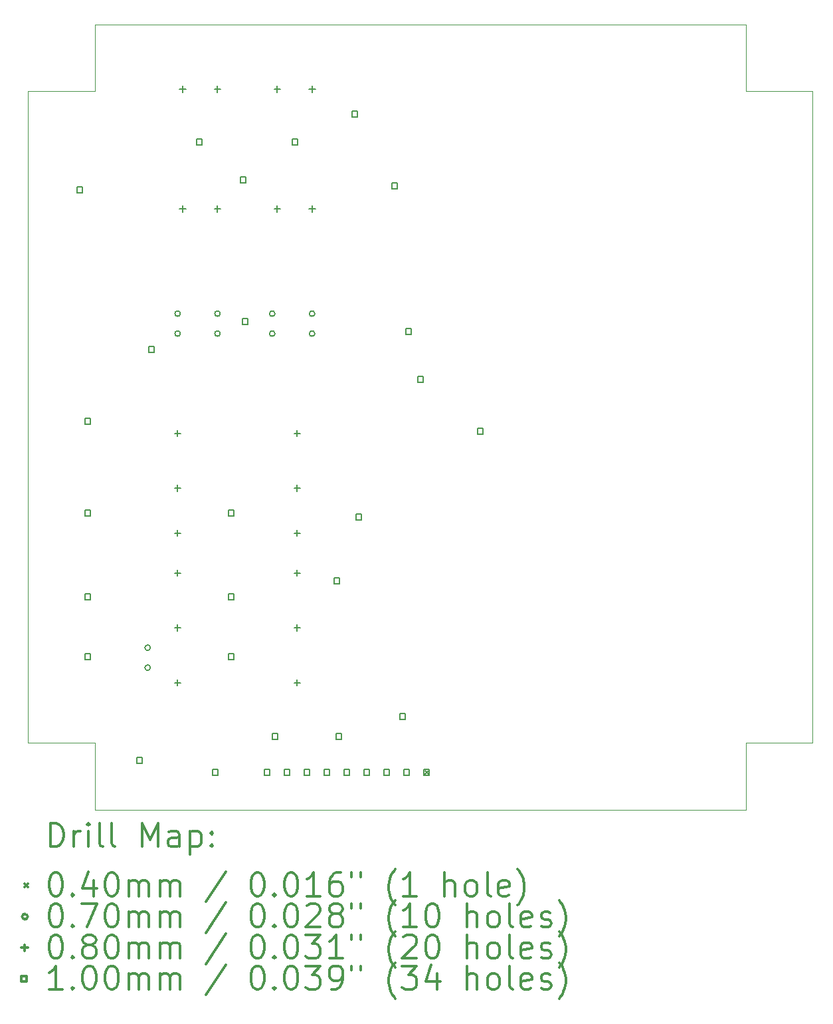
<source format=gbr>
%FSLAX45Y45*%
G04 Gerber Fmt 4.5, Leading zero omitted, Abs format (unit mm)*
G04 Created by KiCad (PCBNEW 5.1.4+dfsg1-1) date 2020-03-02 17:49:14*
%MOMM*%
%LPD*%
G04 APERTURE LIST*
%ADD10C,0.100000*%
%ADD11C,0.050000*%
%ADD12C,0.200000*%
%ADD13C,0.300000*%
G04 APERTURE END LIST*
D10*
X5930000Y-1905000D02*
X14230000Y-1905000D01*
X15080000Y-2755000D02*
X15080000Y-11055000D01*
X5930000Y-11905000D02*
X14230000Y-11905000D01*
X5080000Y-2755000D02*
X5080000Y-11055000D01*
D11*
X5930000Y-11055000D02*
X5080000Y-11055000D01*
X14230000Y-1905000D02*
X14230000Y-2755000D01*
X14230000Y-2755000D02*
X15080000Y-2755000D01*
X5080000Y-2755000D02*
X5930000Y-2755000D01*
X5930000Y-2755000D02*
X5930000Y-1905000D01*
X15080000Y-11055000D02*
X14230000Y-11055000D01*
X14230000Y-11055000D02*
X14230000Y-11905000D01*
X5930000Y-11905000D02*
X5930000Y-11055000D01*
D12*
X10140000Y-11410000D02*
X10180000Y-11450000D01*
X10180000Y-11410000D02*
X10140000Y-11450000D01*
X8734500Y-5588000D02*
G75*
G03X8734500Y-5588000I-35000J0D01*
G01*
X8734500Y-5842000D02*
G75*
G03X8734500Y-5842000I-35000J0D01*
G01*
X8226500Y-5588000D02*
G75*
G03X8226500Y-5588000I-35000J0D01*
G01*
X8226500Y-5842000D02*
G75*
G03X8226500Y-5842000I-35000J0D01*
G01*
X7528000Y-5588000D02*
G75*
G03X7528000Y-5588000I-35000J0D01*
G01*
X7528000Y-5842000D02*
G75*
G03X7528000Y-5842000I-35000J0D01*
G01*
X7020000Y-5588000D02*
G75*
G03X7020000Y-5588000I-35000J0D01*
G01*
X7020000Y-5842000D02*
G75*
G03X7020000Y-5842000I-35000J0D01*
G01*
X6639000Y-9842500D02*
G75*
G03X6639000Y-9842500I-35000J0D01*
G01*
X6639000Y-10096500D02*
G75*
G03X6639000Y-10096500I-35000J0D01*
G01*
X8699500Y-2690500D02*
X8699500Y-2770500D01*
X8659500Y-2730500D02*
X8739500Y-2730500D01*
X8699500Y-4214500D02*
X8699500Y-4294500D01*
X8659500Y-4254500D02*
X8739500Y-4254500D01*
X8255000Y-2690500D02*
X8255000Y-2770500D01*
X8215000Y-2730500D02*
X8295000Y-2730500D01*
X8255000Y-4214500D02*
X8255000Y-4294500D01*
X8215000Y-4254500D02*
X8295000Y-4254500D01*
X6985000Y-9548500D02*
X6985000Y-9628500D01*
X6945000Y-9588500D02*
X7025000Y-9588500D01*
X8509000Y-9548500D02*
X8509000Y-9628500D01*
X8469000Y-9588500D02*
X8549000Y-9588500D01*
X6985000Y-7072000D02*
X6985000Y-7152000D01*
X6945000Y-7112000D02*
X7025000Y-7112000D01*
X8509000Y-7072000D02*
X8509000Y-7152000D01*
X8469000Y-7112000D02*
X8549000Y-7112000D01*
X6985000Y-7770500D02*
X6985000Y-7850500D01*
X6945000Y-7810500D02*
X7025000Y-7810500D01*
X8509000Y-7770500D02*
X8509000Y-7850500D01*
X8469000Y-7810500D02*
X8549000Y-7810500D01*
X7048500Y-2690500D02*
X7048500Y-2770500D01*
X7008500Y-2730500D02*
X7088500Y-2730500D01*
X7048500Y-4214500D02*
X7048500Y-4294500D01*
X7008500Y-4254500D02*
X7088500Y-4254500D01*
X6985000Y-8850000D02*
X6985000Y-8930000D01*
X6945000Y-8890000D02*
X7025000Y-8890000D01*
X8509000Y-8850000D02*
X8509000Y-8930000D01*
X8469000Y-8890000D02*
X8549000Y-8890000D01*
X6985000Y-10247000D02*
X6985000Y-10327000D01*
X6945000Y-10287000D02*
X7025000Y-10287000D01*
X8509000Y-10247000D02*
X8509000Y-10327000D01*
X8469000Y-10287000D02*
X8549000Y-10287000D01*
X6985000Y-8342000D02*
X6985000Y-8422000D01*
X6945000Y-8382000D02*
X7025000Y-8382000D01*
X8509000Y-8342000D02*
X8509000Y-8422000D01*
X8469000Y-8382000D02*
X8549000Y-8382000D01*
X7493000Y-2690500D02*
X7493000Y-2770500D01*
X7453000Y-2730500D02*
X7533000Y-2730500D01*
X7493000Y-4214500D02*
X7493000Y-4294500D01*
X7453000Y-4254500D02*
X7533000Y-4254500D01*
X5775756Y-4048556D02*
X5775756Y-3977844D01*
X5705044Y-3977844D01*
X5705044Y-4048556D01*
X5775756Y-4048556D01*
X5877356Y-6994956D02*
X5877356Y-6924244D01*
X5806644Y-6924244D01*
X5806644Y-6994956D01*
X5877356Y-6994956D01*
X5877356Y-8163356D02*
X5877356Y-8092644D01*
X5806644Y-8092644D01*
X5806644Y-8163356D01*
X5877356Y-8163356D01*
X5877356Y-9230156D02*
X5877356Y-9159444D01*
X5806644Y-9159444D01*
X5806644Y-9230156D01*
X5877356Y-9230156D01*
X5877356Y-9992156D02*
X5877356Y-9921444D01*
X5806644Y-9921444D01*
X5806644Y-9992156D01*
X5877356Y-9992156D01*
X6537756Y-11312956D02*
X6537756Y-11242244D01*
X6467044Y-11242244D01*
X6467044Y-11312956D01*
X6537756Y-11312956D01*
X6690156Y-6080556D02*
X6690156Y-6009844D01*
X6619444Y-6009844D01*
X6619444Y-6080556D01*
X6690156Y-6080556D01*
X7299756Y-3438956D02*
X7299756Y-3368244D01*
X7229044Y-3368244D01*
X7229044Y-3438956D01*
X7299756Y-3438956D01*
X7502956Y-11465356D02*
X7502956Y-11394644D01*
X7432244Y-11394644D01*
X7432244Y-11465356D01*
X7502956Y-11465356D01*
X7706156Y-8163356D02*
X7706156Y-8092644D01*
X7635444Y-8092644D01*
X7635444Y-8163356D01*
X7706156Y-8163356D01*
X7706156Y-9230156D02*
X7706156Y-9159444D01*
X7635444Y-9159444D01*
X7635444Y-9230156D01*
X7706156Y-9230156D01*
X7706156Y-9992156D02*
X7706156Y-9921444D01*
X7635444Y-9921444D01*
X7635444Y-9992156D01*
X7706156Y-9992156D01*
X7858556Y-3921556D02*
X7858556Y-3850844D01*
X7787844Y-3850844D01*
X7787844Y-3921556D01*
X7858556Y-3921556D01*
X7883956Y-5724956D02*
X7883956Y-5654244D01*
X7813244Y-5654244D01*
X7813244Y-5724956D01*
X7883956Y-5724956D01*
X8264956Y-11008156D02*
X8264956Y-10937444D01*
X8194244Y-10937444D01*
X8194244Y-11008156D01*
X8264956Y-11008156D01*
X8518956Y-3438956D02*
X8518956Y-3368244D01*
X8448244Y-3368244D01*
X8448244Y-3438956D01*
X8518956Y-3438956D01*
X9052356Y-9026956D02*
X9052356Y-8956244D01*
X8981644Y-8956244D01*
X8981644Y-9026956D01*
X9052356Y-9026956D01*
X9077756Y-11008156D02*
X9077756Y-10937444D01*
X9007045Y-10937444D01*
X9007045Y-11008156D01*
X9077756Y-11008156D01*
X9280956Y-3083356D02*
X9280956Y-3012644D01*
X9210244Y-3012644D01*
X9210244Y-3083356D01*
X9280956Y-3083356D01*
X9331756Y-8214156D02*
X9331756Y-8143444D01*
X9261044Y-8143444D01*
X9261044Y-8214156D01*
X9331756Y-8214156D01*
X9788956Y-3997756D02*
X9788956Y-3927044D01*
X9718244Y-3927044D01*
X9718244Y-3997756D01*
X9788956Y-3997756D01*
X9890556Y-10754156D02*
X9890556Y-10683444D01*
X9819844Y-10683444D01*
X9819844Y-10754156D01*
X9890556Y-10754156D01*
X9966756Y-5851956D02*
X9966756Y-5781244D01*
X9896044Y-5781244D01*
X9896044Y-5851956D01*
X9966756Y-5851956D01*
X10119156Y-6461556D02*
X10119156Y-6390844D01*
X10048444Y-6390844D01*
X10048444Y-6461556D01*
X10119156Y-6461556D01*
X10881156Y-7121956D02*
X10881156Y-7051244D01*
X10810444Y-7051244D01*
X10810444Y-7121956D01*
X10881156Y-7121956D01*
X8163356Y-11465356D02*
X8163356Y-11394644D01*
X8092644Y-11394644D01*
X8092644Y-11465356D01*
X8163356Y-11465356D01*
X8417356Y-11465356D02*
X8417356Y-11394644D01*
X8346644Y-11394644D01*
X8346644Y-11465356D01*
X8417356Y-11465356D01*
X8671356Y-11465356D02*
X8671356Y-11394644D01*
X8600644Y-11394644D01*
X8600644Y-11465356D01*
X8671356Y-11465356D01*
X8925356Y-11465356D02*
X8925356Y-11394644D01*
X8854644Y-11394644D01*
X8854644Y-11465356D01*
X8925356Y-11465356D01*
X9179356Y-11465356D02*
X9179356Y-11394644D01*
X9108644Y-11394644D01*
X9108644Y-11465356D01*
X9179356Y-11465356D01*
X9433356Y-11465356D02*
X9433356Y-11394644D01*
X9362644Y-11394644D01*
X9362644Y-11465356D01*
X9433356Y-11465356D01*
X9687356Y-11465356D02*
X9687356Y-11394644D01*
X9616644Y-11394644D01*
X9616644Y-11465356D01*
X9687356Y-11465356D01*
X9941356Y-11465356D02*
X9941356Y-11394644D01*
X9870644Y-11394644D01*
X9870644Y-11465356D01*
X9941356Y-11465356D01*
X10195356Y-11465356D02*
X10195356Y-11394644D01*
X10124644Y-11394644D01*
X10124644Y-11465356D01*
X10195356Y-11465356D01*
D13*
X5361428Y-12375714D02*
X5361428Y-12075714D01*
X5432857Y-12075714D01*
X5475714Y-12090000D01*
X5504286Y-12118571D01*
X5518571Y-12147143D01*
X5532857Y-12204286D01*
X5532857Y-12247143D01*
X5518571Y-12304286D01*
X5504286Y-12332857D01*
X5475714Y-12361429D01*
X5432857Y-12375714D01*
X5361428Y-12375714D01*
X5661428Y-12375714D02*
X5661428Y-12175714D01*
X5661428Y-12232857D02*
X5675714Y-12204286D01*
X5690000Y-12190000D01*
X5718571Y-12175714D01*
X5747143Y-12175714D01*
X5847143Y-12375714D02*
X5847143Y-12175714D01*
X5847143Y-12075714D02*
X5832857Y-12090000D01*
X5847143Y-12104286D01*
X5861428Y-12090000D01*
X5847143Y-12075714D01*
X5847143Y-12104286D01*
X6032857Y-12375714D02*
X6004286Y-12361429D01*
X5990000Y-12332857D01*
X5990000Y-12075714D01*
X6190000Y-12375714D02*
X6161428Y-12361429D01*
X6147143Y-12332857D01*
X6147143Y-12075714D01*
X6532857Y-12375714D02*
X6532857Y-12075714D01*
X6632857Y-12290000D01*
X6732857Y-12075714D01*
X6732857Y-12375714D01*
X7004286Y-12375714D02*
X7004286Y-12218571D01*
X6990000Y-12190000D01*
X6961428Y-12175714D01*
X6904286Y-12175714D01*
X6875714Y-12190000D01*
X7004286Y-12361429D02*
X6975714Y-12375714D01*
X6904286Y-12375714D01*
X6875714Y-12361429D01*
X6861428Y-12332857D01*
X6861428Y-12304286D01*
X6875714Y-12275714D01*
X6904286Y-12261429D01*
X6975714Y-12261429D01*
X7004286Y-12247143D01*
X7147143Y-12175714D02*
X7147143Y-12475714D01*
X7147143Y-12190000D02*
X7175714Y-12175714D01*
X7232857Y-12175714D01*
X7261428Y-12190000D01*
X7275714Y-12204286D01*
X7290000Y-12232857D01*
X7290000Y-12318571D01*
X7275714Y-12347143D01*
X7261428Y-12361429D01*
X7232857Y-12375714D01*
X7175714Y-12375714D01*
X7147143Y-12361429D01*
X7418571Y-12347143D02*
X7432857Y-12361429D01*
X7418571Y-12375714D01*
X7404286Y-12361429D01*
X7418571Y-12347143D01*
X7418571Y-12375714D01*
X7418571Y-12190000D02*
X7432857Y-12204286D01*
X7418571Y-12218571D01*
X7404286Y-12204286D01*
X7418571Y-12190000D01*
X7418571Y-12218571D01*
X5035000Y-12850000D02*
X5075000Y-12890000D01*
X5075000Y-12850000D02*
X5035000Y-12890000D01*
X5418571Y-12705714D02*
X5447143Y-12705714D01*
X5475714Y-12720000D01*
X5490000Y-12734286D01*
X5504286Y-12762857D01*
X5518571Y-12820000D01*
X5518571Y-12891429D01*
X5504286Y-12948571D01*
X5490000Y-12977143D01*
X5475714Y-12991429D01*
X5447143Y-13005714D01*
X5418571Y-13005714D01*
X5390000Y-12991429D01*
X5375714Y-12977143D01*
X5361428Y-12948571D01*
X5347143Y-12891429D01*
X5347143Y-12820000D01*
X5361428Y-12762857D01*
X5375714Y-12734286D01*
X5390000Y-12720000D01*
X5418571Y-12705714D01*
X5647143Y-12977143D02*
X5661428Y-12991429D01*
X5647143Y-13005714D01*
X5632857Y-12991429D01*
X5647143Y-12977143D01*
X5647143Y-13005714D01*
X5918571Y-12805714D02*
X5918571Y-13005714D01*
X5847143Y-12691429D02*
X5775714Y-12905714D01*
X5961428Y-12905714D01*
X6132857Y-12705714D02*
X6161428Y-12705714D01*
X6190000Y-12720000D01*
X6204286Y-12734286D01*
X6218571Y-12762857D01*
X6232857Y-12820000D01*
X6232857Y-12891429D01*
X6218571Y-12948571D01*
X6204286Y-12977143D01*
X6190000Y-12991429D01*
X6161428Y-13005714D01*
X6132857Y-13005714D01*
X6104286Y-12991429D01*
X6090000Y-12977143D01*
X6075714Y-12948571D01*
X6061428Y-12891429D01*
X6061428Y-12820000D01*
X6075714Y-12762857D01*
X6090000Y-12734286D01*
X6104286Y-12720000D01*
X6132857Y-12705714D01*
X6361428Y-13005714D02*
X6361428Y-12805714D01*
X6361428Y-12834286D02*
X6375714Y-12820000D01*
X6404286Y-12805714D01*
X6447143Y-12805714D01*
X6475714Y-12820000D01*
X6490000Y-12848571D01*
X6490000Y-13005714D01*
X6490000Y-12848571D02*
X6504286Y-12820000D01*
X6532857Y-12805714D01*
X6575714Y-12805714D01*
X6604286Y-12820000D01*
X6618571Y-12848571D01*
X6618571Y-13005714D01*
X6761428Y-13005714D02*
X6761428Y-12805714D01*
X6761428Y-12834286D02*
X6775714Y-12820000D01*
X6804286Y-12805714D01*
X6847143Y-12805714D01*
X6875714Y-12820000D01*
X6890000Y-12848571D01*
X6890000Y-13005714D01*
X6890000Y-12848571D02*
X6904286Y-12820000D01*
X6932857Y-12805714D01*
X6975714Y-12805714D01*
X7004286Y-12820000D01*
X7018571Y-12848571D01*
X7018571Y-13005714D01*
X7604286Y-12691429D02*
X7347143Y-13077143D01*
X7990000Y-12705714D02*
X8018571Y-12705714D01*
X8047143Y-12720000D01*
X8061428Y-12734286D01*
X8075714Y-12762857D01*
X8090000Y-12820000D01*
X8090000Y-12891429D01*
X8075714Y-12948571D01*
X8061428Y-12977143D01*
X8047143Y-12991429D01*
X8018571Y-13005714D01*
X7990000Y-13005714D01*
X7961428Y-12991429D01*
X7947143Y-12977143D01*
X7932857Y-12948571D01*
X7918571Y-12891429D01*
X7918571Y-12820000D01*
X7932857Y-12762857D01*
X7947143Y-12734286D01*
X7961428Y-12720000D01*
X7990000Y-12705714D01*
X8218571Y-12977143D02*
X8232857Y-12991429D01*
X8218571Y-13005714D01*
X8204286Y-12991429D01*
X8218571Y-12977143D01*
X8218571Y-13005714D01*
X8418571Y-12705714D02*
X8447143Y-12705714D01*
X8475714Y-12720000D01*
X8490000Y-12734286D01*
X8504286Y-12762857D01*
X8518571Y-12820000D01*
X8518571Y-12891429D01*
X8504286Y-12948571D01*
X8490000Y-12977143D01*
X8475714Y-12991429D01*
X8447143Y-13005714D01*
X8418571Y-13005714D01*
X8390000Y-12991429D01*
X8375714Y-12977143D01*
X8361428Y-12948571D01*
X8347143Y-12891429D01*
X8347143Y-12820000D01*
X8361428Y-12762857D01*
X8375714Y-12734286D01*
X8390000Y-12720000D01*
X8418571Y-12705714D01*
X8804286Y-13005714D02*
X8632857Y-13005714D01*
X8718571Y-13005714D02*
X8718571Y-12705714D01*
X8690000Y-12748571D01*
X8661428Y-12777143D01*
X8632857Y-12791429D01*
X9061428Y-12705714D02*
X9004286Y-12705714D01*
X8975714Y-12720000D01*
X8961428Y-12734286D01*
X8932857Y-12777143D01*
X8918571Y-12834286D01*
X8918571Y-12948571D01*
X8932857Y-12977143D01*
X8947143Y-12991429D01*
X8975714Y-13005714D01*
X9032857Y-13005714D01*
X9061428Y-12991429D01*
X9075714Y-12977143D01*
X9090000Y-12948571D01*
X9090000Y-12877143D01*
X9075714Y-12848571D01*
X9061428Y-12834286D01*
X9032857Y-12820000D01*
X8975714Y-12820000D01*
X8947143Y-12834286D01*
X8932857Y-12848571D01*
X8918571Y-12877143D01*
X9204286Y-12705714D02*
X9204286Y-12762857D01*
X9318571Y-12705714D02*
X9318571Y-12762857D01*
X9761428Y-13120000D02*
X9747143Y-13105714D01*
X9718571Y-13062857D01*
X9704286Y-13034286D01*
X9690000Y-12991429D01*
X9675714Y-12920000D01*
X9675714Y-12862857D01*
X9690000Y-12791429D01*
X9704286Y-12748571D01*
X9718571Y-12720000D01*
X9747143Y-12677143D01*
X9761428Y-12662857D01*
X10032857Y-13005714D02*
X9861428Y-13005714D01*
X9947143Y-13005714D02*
X9947143Y-12705714D01*
X9918571Y-12748571D01*
X9890000Y-12777143D01*
X9861428Y-12791429D01*
X10390000Y-13005714D02*
X10390000Y-12705714D01*
X10518571Y-13005714D02*
X10518571Y-12848571D01*
X10504286Y-12820000D01*
X10475714Y-12805714D01*
X10432857Y-12805714D01*
X10404286Y-12820000D01*
X10390000Y-12834286D01*
X10704286Y-13005714D02*
X10675714Y-12991429D01*
X10661428Y-12977143D01*
X10647143Y-12948571D01*
X10647143Y-12862857D01*
X10661428Y-12834286D01*
X10675714Y-12820000D01*
X10704286Y-12805714D01*
X10747143Y-12805714D01*
X10775714Y-12820000D01*
X10790000Y-12834286D01*
X10804286Y-12862857D01*
X10804286Y-12948571D01*
X10790000Y-12977143D01*
X10775714Y-12991429D01*
X10747143Y-13005714D01*
X10704286Y-13005714D01*
X10975714Y-13005714D02*
X10947143Y-12991429D01*
X10932857Y-12962857D01*
X10932857Y-12705714D01*
X11204286Y-12991429D02*
X11175714Y-13005714D01*
X11118571Y-13005714D01*
X11090000Y-12991429D01*
X11075714Y-12962857D01*
X11075714Y-12848571D01*
X11090000Y-12820000D01*
X11118571Y-12805714D01*
X11175714Y-12805714D01*
X11204286Y-12820000D01*
X11218571Y-12848571D01*
X11218571Y-12877143D01*
X11075714Y-12905714D01*
X11318571Y-13120000D02*
X11332857Y-13105714D01*
X11361428Y-13062857D01*
X11375714Y-13034286D01*
X11390000Y-12991429D01*
X11404286Y-12920000D01*
X11404286Y-12862857D01*
X11390000Y-12791429D01*
X11375714Y-12748571D01*
X11361428Y-12720000D01*
X11332857Y-12677143D01*
X11318571Y-12662857D01*
X5075000Y-13266000D02*
G75*
G03X5075000Y-13266000I-35000J0D01*
G01*
X5418571Y-13101714D02*
X5447143Y-13101714D01*
X5475714Y-13116000D01*
X5490000Y-13130286D01*
X5504286Y-13158857D01*
X5518571Y-13216000D01*
X5518571Y-13287429D01*
X5504286Y-13344571D01*
X5490000Y-13373143D01*
X5475714Y-13387429D01*
X5447143Y-13401714D01*
X5418571Y-13401714D01*
X5390000Y-13387429D01*
X5375714Y-13373143D01*
X5361428Y-13344571D01*
X5347143Y-13287429D01*
X5347143Y-13216000D01*
X5361428Y-13158857D01*
X5375714Y-13130286D01*
X5390000Y-13116000D01*
X5418571Y-13101714D01*
X5647143Y-13373143D02*
X5661428Y-13387429D01*
X5647143Y-13401714D01*
X5632857Y-13387429D01*
X5647143Y-13373143D01*
X5647143Y-13401714D01*
X5761428Y-13101714D02*
X5961428Y-13101714D01*
X5832857Y-13401714D01*
X6132857Y-13101714D02*
X6161428Y-13101714D01*
X6190000Y-13116000D01*
X6204286Y-13130286D01*
X6218571Y-13158857D01*
X6232857Y-13216000D01*
X6232857Y-13287429D01*
X6218571Y-13344571D01*
X6204286Y-13373143D01*
X6190000Y-13387429D01*
X6161428Y-13401714D01*
X6132857Y-13401714D01*
X6104286Y-13387429D01*
X6090000Y-13373143D01*
X6075714Y-13344571D01*
X6061428Y-13287429D01*
X6061428Y-13216000D01*
X6075714Y-13158857D01*
X6090000Y-13130286D01*
X6104286Y-13116000D01*
X6132857Y-13101714D01*
X6361428Y-13401714D02*
X6361428Y-13201714D01*
X6361428Y-13230286D02*
X6375714Y-13216000D01*
X6404286Y-13201714D01*
X6447143Y-13201714D01*
X6475714Y-13216000D01*
X6490000Y-13244571D01*
X6490000Y-13401714D01*
X6490000Y-13244571D02*
X6504286Y-13216000D01*
X6532857Y-13201714D01*
X6575714Y-13201714D01*
X6604286Y-13216000D01*
X6618571Y-13244571D01*
X6618571Y-13401714D01*
X6761428Y-13401714D02*
X6761428Y-13201714D01*
X6761428Y-13230286D02*
X6775714Y-13216000D01*
X6804286Y-13201714D01*
X6847143Y-13201714D01*
X6875714Y-13216000D01*
X6890000Y-13244571D01*
X6890000Y-13401714D01*
X6890000Y-13244571D02*
X6904286Y-13216000D01*
X6932857Y-13201714D01*
X6975714Y-13201714D01*
X7004286Y-13216000D01*
X7018571Y-13244571D01*
X7018571Y-13401714D01*
X7604286Y-13087429D02*
X7347143Y-13473143D01*
X7990000Y-13101714D02*
X8018571Y-13101714D01*
X8047143Y-13116000D01*
X8061428Y-13130286D01*
X8075714Y-13158857D01*
X8090000Y-13216000D01*
X8090000Y-13287429D01*
X8075714Y-13344571D01*
X8061428Y-13373143D01*
X8047143Y-13387429D01*
X8018571Y-13401714D01*
X7990000Y-13401714D01*
X7961428Y-13387429D01*
X7947143Y-13373143D01*
X7932857Y-13344571D01*
X7918571Y-13287429D01*
X7918571Y-13216000D01*
X7932857Y-13158857D01*
X7947143Y-13130286D01*
X7961428Y-13116000D01*
X7990000Y-13101714D01*
X8218571Y-13373143D02*
X8232857Y-13387429D01*
X8218571Y-13401714D01*
X8204286Y-13387429D01*
X8218571Y-13373143D01*
X8218571Y-13401714D01*
X8418571Y-13101714D02*
X8447143Y-13101714D01*
X8475714Y-13116000D01*
X8490000Y-13130286D01*
X8504286Y-13158857D01*
X8518571Y-13216000D01*
X8518571Y-13287429D01*
X8504286Y-13344571D01*
X8490000Y-13373143D01*
X8475714Y-13387429D01*
X8447143Y-13401714D01*
X8418571Y-13401714D01*
X8390000Y-13387429D01*
X8375714Y-13373143D01*
X8361428Y-13344571D01*
X8347143Y-13287429D01*
X8347143Y-13216000D01*
X8361428Y-13158857D01*
X8375714Y-13130286D01*
X8390000Y-13116000D01*
X8418571Y-13101714D01*
X8632857Y-13130286D02*
X8647143Y-13116000D01*
X8675714Y-13101714D01*
X8747143Y-13101714D01*
X8775714Y-13116000D01*
X8790000Y-13130286D01*
X8804286Y-13158857D01*
X8804286Y-13187429D01*
X8790000Y-13230286D01*
X8618571Y-13401714D01*
X8804286Y-13401714D01*
X8975714Y-13230286D02*
X8947143Y-13216000D01*
X8932857Y-13201714D01*
X8918571Y-13173143D01*
X8918571Y-13158857D01*
X8932857Y-13130286D01*
X8947143Y-13116000D01*
X8975714Y-13101714D01*
X9032857Y-13101714D01*
X9061428Y-13116000D01*
X9075714Y-13130286D01*
X9090000Y-13158857D01*
X9090000Y-13173143D01*
X9075714Y-13201714D01*
X9061428Y-13216000D01*
X9032857Y-13230286D01*
X8975714Y-13230286D01*
X8947143Y-13244571D01*
X8932857Y-13258857D01*
X8918571Y-13287429D01*
X8918571Y-13344571D01*
X8932857Y-13373143D01*
X8947143Y-13387429D01*
X8975714Y-13401714D01*
X9032857Y-13401714D01*
X9061428Y-13387429D01*
X9075714Y-13373143D01*
X9090000Y-13344571D01*
X9090000Y-13287429D01*
X9075714Y-13258857D01*
X9061428Y-13244571D01*
X9032857Y-13230286D01*
X9204286Y-13101714D02*
X9204286Y-13158857D01*
X9318571Y-13101714D02*
X9318571Y-13158857D01*
X9761428Y-13516000D02*
X9747143Y-13501714D01*
X9718571Y-13458857D01*
X9704286Y-13430286D01*
X9690000Y-13387429D01*
X9675714Y-13316000D01*
X9675714Y-13258857D01*
X9690000Y-13187429D01*
X9704286Y-13144571D01*
X9718571Y-13116000D01*
X9747143Y-13073143D01*
X9761428Y-13058857D01*
X10032857Y-13401714D02*
X9861428Y-13401714D01*
X9947143Y-13401714D02*
X9947143Y-13101714D01*
X9918571Y-13144571D01*
X9890000Y-13173143D01*
X9861428Y-13187429D01*
X10218571Y-13101714D02*
X10247143Y-13101714D01*
X10275714Y-13116000D01*
X10290000Y-13130286D01*
X10304286Y-13158857D01*
X10318571Y-13216000D01*
X10318571Y-13287429D01*
X10304286Y-13344571D01*
X10290000Y-13373143D01*
X10275714Y-13387429D01*
X10247143Y-13401714D01*
X10218571Y-13401714D01*
X10190000Y-13387429D01*
X10175714Y-13373143D01*
X10161428Y-13344571D01*
X10147143Y-13287429D01*
X10147143Y-13216000D01*
X10161428Y-13158857D01*
X10175714Y-13130286D01*
X10190000Y-13116000D01*
X10218571Y-13101714D01*
X10675714Y-13401714D02*
X10675714Y-13101714D01*
X10804286Y-13401714D02*
X10804286Y-13244571D01*
X10790000Y-13216000D01*
X10761428Y-13201714D01*
X10718571Y-13201714D01*
X10690000Y-13216000D01*
X10675714Y-13230286D01*
X10990000Y-13401714D02*
X10961428Y-13387429D01*
X10947143Y-13373143D01*
X10932857Y-13344571D01*
X10932857Y-13258857D01*
X10947143Y-13230286D01*
X10961428Y-13216000D01*
X10990000Y-13201714D01*
X11032857Y-13201714D01*
X11061428Y-13216000D01*
X11075714Y-13230286D01*
X11090000Y-13258857D01*
X11090000Y-13344571D01*
X11075714Y-13373143D01*
X11061428Y-13387429D01*
X11032857Y-13401714D01*
X10990000Y-13401714D01*
X11261428Y-13401714D02*
X11232857Y-13387429D01*
X11218571Y-13358857D01*
X11218571Y-13101714D01*
X11490000Y-13387429D02*
X11461428Y-13401714D01*
X11404286Y-13401714D01*
X11375714Y-13387429D01*
X11361428Y-13358857D01*
X11361428Y-13244571D01*
X11375714Y-13216000D01*
X11404286Y-13201714D01*
X11461428Y-13201714D01*
X11490000Y-13216000D01*
X11504286Y-13244571D01*
X11504286Y-13273143D01*
X11361428Y-13301714D01*
X11618571Y-13387429D02*
X11647143Y-13401714D01*
X11704286Y-13401714D01*
X11732857Y-13387429D01*
X11747143Y-13358857D01*
X11747143Y-13344571D01*
X11732857Y-13316000D01*
X11704286Y-13301714D01*
X11661428Y-13301714D01*
X11632857Y-13287429D01*
X11618571Y-13258857D01*
X11618571Y-13244571D01*
X11632857Y-13216000D01*
X11661428Y-13201714D01*
X11704286Y-13201714D01*
X11732857Y-13216000D01*
X11847143Y-13516000D02*
X11861428Y-13501714D01*
X11890000Y-13458857D01*
X11904286Y-13430286D01*
X11918571Y-13387429D01*
X11932857Y-13316000D01*
X11932857Y-13258857D01*
X11918571Y-13187429D01*
X11904286Y-13144571D01*
X11890000Y-13116000D01*
X11861428Y-13073143D01*
X11847143Y-13058857D01*
X5035000Y-13622000D02*
X5035000Y-13702000D01*
X4995000Y-13662000D02*
X5075000Y-13662000D01*
X5418571Y-13497714D02*
X5447143Y-13497714D01*
X5475714Y-13512000D01*
X5490000Y-13526286D01*
X5504286Y-13554857D01*
X5518571Y-13612000D01*
X5518571Y-13683429D01*
X5504286Y-13740571D01*
X5490000Y-13769143D01*
X5475714Y-13783429D01*
X5447143Y-13797714D01*
X5418571Y-13797714D01*
X5390000Y-13783429D01*
X5375714Y-13769143D01*
X5361428Y-13740571D01*
X5347143Y-13683429D01*
X5347143Y-13612000D01*
X5361428Y-13554857D01*
X5375714Y-13526286D01*
X5390000Y-13512000D01*
X5418571Y-13497714D01*
X5647143Y-13769143D02*
X5661428Y-13783429D01*
X5647143Y-13797714D01*
X5632857Y-13783429D01*
X5647143Y-13769143D01*
X5647143Y-13797714D01*
X5832857Y-13626286D02*
X5804286Y-13612000D01*
X5790000Y-13597714D01*
X5775714Y-13569143D01*
X5775714Y-13554857D01*
X5790000Y-13526286D01*
X5804286Y-13512000D01*
X5832857Y-13497714D01*
X5890000Y-13497714D01*
X5918571Y-13512000D01*
X5932857Y-13526286D01*
X5947143Y-13554857D01*
X5947143Y-13569143D01*
X5932857Y-13597714D01*
X5918571Y-13612000D01*
X5890000Y-13626286D01*
X5832857Y-13626286D01*
X5804286Y-13640571D01*
X5790000Y-13654857D01*
X5775714Y-13683429D01*
X5775714Y-13740571D01*
X5790000Y-13769143D01*
X5804286Y-13783429D01*
X5832857Y-13797714D01*
X5890000Y-13797714D01*
X5918571Y-13783429D01*
X5932857Y-13769143D01*
X5947143Y-13740571D01*
X5947143Y-13683429D01*
X5932857Y-13654857D01*
X5918571Y-13640571D01*
X5890000Y-13626286D01*
X6132857Y-13497714D02*
X6161428Y-13497714D01*
X6190000Y-13512000D01*
X6204286Y-13526286D01*
X6218571Y-13554857D01*
X6232857Y-13612000D01*
X6232857Y-13683429D01*
X6218571Y-13740571D01*
X6204286Y-13769143D01*
X6190000Y-13783429D01*
X6161428Y-13797714D01*
X6132857Y-13797714D01*
X6104286Y-13783429D01*
X6090000Y-13769143D01*
X6075714Y-13740571D01*
X6061428Y-13683429D01*
X6061428Y-13612000D01*
X6075714Y-13554857D01*
X6090000Y-13526286D01*
X6104286Y-13512000D01*
X6132857Y-13497714D01*
X6361428Y-13797714D02*
X6361428Y-13597714D01*
X6361428Y-13626286D02*
X6375714Y-13612000D01*
X6404286Y-13597714D01*
X6447143Y-13597714D01*
X6475714Y-13612000D01*
X6490000Y-13640571D01*
X6490000Y-13797714D01*
X6490000Y-13640571D02*
X6504286Y-13612000D01*
X6532857Y-13597714D01*
X6575714Y-13597714D01*
X6604286Y-13612000D01*
X6618571Y-13640571D01*
X6618571Y-13797714D01*
X6761428Y-13797714D02*
X6761428Y-13597714D01*
X6761428Y-13626286D02*
X6775714Y-13612000D01*
X6804286Y-13597714D01*
X6847143Y-13597714D01*
X6875714Y-13612000D01*
X6890000Y-13640571D01*
X6890000Y-13797714D01*
X6890000Y-13640571D02*
X6904286Y-13612000D01*
X6932857Y-13597714D01*
X6975714Y-13597714D01*
X7004286Y-13612000D01*
X7018571Y-13640571D01*
X7018571Y-13797714D01*
X7604286Y-13483429D02*
X7347143Y-13869143D01*
X7990000Y-13497714D02*
X8018571Y-13497714D01*
X8047143Y-13512000D01*
X8061428Y-13526286D01*
X8075714Y-13554857D01*
X8090000Y-13612000D01*
X8090000Y-13683429D01*
X8075714Y-13740571D01*
X8061428Y-13769143D01*
X8047143Y-13783429D01*
X8018571Y-13797714D01*
X7990000Y-13797714D01*
X7961428Y-13783429D01*
X7947143Y-13769143D01*
X7932857Y-13740571D01*
X7918571Y-13683429D01*
X7918571Y-13612000D01*
X7932857Y-13554857D01*
X7947143Y-13526286D01*
X7961428Y-13512000D01*
X7990000Y-13497714D01*
X8218571Y-13769143D02*
X8232857Y-13783429D01*
X8218571Y-13797714D01*
X8204286Y-13783429D01*
X8218571Y-13769143D01*
X8218571Y-13797714D01*
X8418571Y-13497714D02*
X8447143Y-13497714D01*
X8475714Y-13512000D01*
X8490000Y-13526286D01*
X8504286Y-13554857D01*
X8518571Y-13612000D01*
X8518571Y-13683429D01*
X8504286Y-13740571D01*
X8490000Y-13769143D01*
X8475714Y-13783429D01*
X8447143Y-13797714D01*
X8418571Y-13797714D01*
X8390000Y-13783429D01*
X8375714Y-13769143D01*
X8361428Y-13740571D01*
X8347143Y-13683429D01*
X8347143Y-13612000D01*
X8361428Y-13554857D01*
X8375714Y-13526286D01*
X8390000Y-13512000D01*
X8418571Y-13497714D01*
X8618571Y-13497714D02*
X8804286Y-13497714D01*
X8704286Y-13612000D01*
X8747143Y-13612000D01*
X8775714Y-13626286D01*
X8790000Y-13640571D01*
X8804286Y-13669143D01*
X8804286Y-13740571D01*
X8790000Y-13769143D01*
X8775714Y-13783429D01*
X8747143Y-13797714D01*
X8661428Y-13797714D01*
X8632857Y-13783429D01*
X8618571Y-13769143D01*
X9090000Y-13797714D02*
X8918571Y-13797714D01*
X9004286Y-13797714D02*
X9004286Y-13497714D01*
X8975714Y-13540571D01*
X8947143Y-13569143D01*
X8918571Y-13583429D01*
X9204286Y-13497714D02*
X9204286Y-13554857D01*
X9318571Y-13497714D02*
X9318571Y-13554857D01*
X9761428Y-13912000D02*
X9747143Y-13897714D01*
X9718571Y-13854857D01*
X9704286Y-13826286D01*
X9690000Y-13783429D01*
X9675714Y-13712000D01*
X9675714Y-13654857D01*
X9690000Y-13583429D01*
X9704286Y-13540571D01*
X9718571Y-13512000D01*
X9747143Y-13469143D01*
X9761428Y-13454857D01*
X9861428Y-13526286D02*
X9875714Y-13512000D01*
X9904286Y-13497714D01*
X9975714Y-13497714D01*
X10004286Y-13512000D01*
X10018571Y-13526286D01*
X10032857Y-13554857D01*
X10032857Y-13583429D01*
X10018571Y-13626286D01*
X9847143Y-13797714D01*
X10032857Y-13797714D01*
X10218571Y-13497714D02*
X10247143Y-13497714D01*
X10275714Y-13512000D01*
X10290000Y-13526286D01*
X10304286Y-13554857D01*
X10318571Y-13612000D01*
X10318571Y-13683429D01*
X10304286Y-13740571D01*
X10290000Y-13769143D01*
X10275714Y-13783429D01*
X10247143Y-13797714D01*
X10218571Y-13797714D01*
X10190000Y-13783429D01*
X10175714Y-13769143D01*
X10161428Y-13740571D01*
X10147143Y-13683429D01*
X10147143Y-13612000D01*
X10161428Y-13554857D01*
X10175714Y-13526286D01*
X10190000Y-13512000D01*
X10218571Y-13497714D01*
X10675714Y-13797714D02*
X10675714Y-13497714D01*
X10804286Y-13797714D02*
X10804286Y-13640571D01*
X10790000Y-13612000D01*
X10761428Y-13597714D01*
X10718571Y-13597714D01*
X10690000Y-13612000D01*
X10675714Y-13626286D01*
X10990000Y-13797714D02*
X10961428Y-13783429D01*
X10947143Y-13769143D01*
X10932857Y-13740571D01*
X10932857Y-13654857D01*
X10947143Y-13626286D01*
X10961428Y-13612000D01*
X10990000Y-13597714D01*
X11032857Y-13597714D01*
X11061428Y-13612000D01*
X11075714Y-13626286D01*
X11090000Y-13654857D01*
X11090000Y-13740571D01*
X11075714Y-13769143D01*
X11061428Y-13783429D01*
X11032857Y-13797714D01*
X10990000Y-13797714D01*
X11261428Y-13797714D02*
X11232857Y-13783429D01*
X11218571Y-13754857D01*
X11218571Y-13497714D01*
X11490000Y-13783429D02*
X11461428Y-13797714D01*
X11404286Y-13797714D01*
X11375714Y-13783429D01*
X11361428Y-13754857D01*
X11361428Y-13640571D01*
X11375714Y-13612000D01*
X11404286Y-13597714D01*
X11461428Y-13597714D01*
X11490000Y-13612000D01*
X11504286Y-13640571D01*
X11504286Y-13669143D01*
X11361428Y-13697714D01*
X11618571Y-13783429D02*
X11647143Y-13797714D01*
X11704286Y-13797714D01*
X11732857Y-13783429D01*
X11747143Y-13754857D01*
X11747143Y-13740571D01*
X11732857Y-13712000D01*
X11704286Y-13697714D01*
X11661428Y-13697714D01*
X11632857Y-13683429D01*
X11618571Y-13654857D01*
X11618571Y-13640571D01*
X11632857Y-13612000D01*
X11661428Y-13597714D01*
X11704286Y-13597714D01*
X11732857Y-13612000D01*
X11847143Y-13912000D02*
X11861428Y-13897714D01*
X11890000Y-13854857D01*
X11904286Y-13826286D01*
X11918571Y-13783429D01*
X11932857Y-13712000D01*
X11932857Y-13654857D01*
X11918571Y-13583429D01*
X11904286Y-13540571D01*
X11890000Y-13512000D01*
X11861428Y-13469143D01*
X11847143Y-13454857D01*
X5060356Y-14093356D02*
X5060356Y-14022644D01*
X4989644Y-14022644D01*
X4989644Y-14093356D01*
X5060356Y-14093356D01*
X5518571Y-14193714D02*
X5347143Y-14193714D01*
X5432857Y-14193714D02*
X5432857Y-13893714D01*
X5404286Y-13936571D01*
X5375714Y-13965143D01*
X5347143Y-13979429D01*
X5647143Y-14165143D02*
X5661428Y-14179429D01*
X5647143Y-14193714D01*
X5632857Y-14179429D01*
X5647143Y-14165143D01*
X5647143Y-14193714D01*
X5847143Y-13893714D02*
X5875714Y-13893714D01*
X5904286Y-13908000D01*
X5918571Y-13922286D01*
X5932857Y-13950857D01*
X5947143Y-14008000D01*
X5947143Y-14079429D01*
X5932857Y-14136571D01*
X5918571Y-14165143D01*
X5904286Y-14179429D01*
X5875714Y-14193714D01*
X5847143Y-14193714D01*
X5818571Y-14179429D01*
X5804286Y-14165143D01*
X5790000Y-14136571D01*
X5775714Y-14079429D01*
X5775714Y-14008000D01*
X5790000Y-13950857D01*
X5804286Y-13922286D01*
X5818571Y-13908000D01*
X5847143Y-13893714D01*
X6132857Y-13893714D02*
X6161428Y-13893714D01*
X6190000Y-13908000D01*
X6204286Y-13922286D01*
X6218571Y-13950857D01*
X6232857Y-14008000D01*
X6232857Y-14079429D01*
X6218571Y-14136571D01*
X6204286Y-14165143D01*
X6190000Y-14179429D01*
X6161428Y-14193714D01*
X6132857Y-14193714D01*
X6104286Y-14179429D01*
X6090000Y-14165143D01*
X6075714Y-14136571D01*
X6061428Y-14079429D01*
X6061428Y-14008000D01*
X6075714Y-13950857D01*
X6090000Y-13922286D01*
X6104286Y-13908000D01*
X6132857Y-13893714D01*
X6361428Y-14193714D02*
X6361428Y-13993714D01*
X6361428Y-14022286D02*
X6375714Y-14008000D01*
X6404286Y-13993714D01*
X6447143Y-13993714D01*
X6475714Y-14008000D01*
X6490000Y-14036571D01*
X6490000Y-14193714D01*
X6490000Y-14036571D02*
X6504286Y-14008000D01*
X6532857Y-13993714D01*
X6575714Y-13993714D01*
X6604286Y-14008000D01*
X6618571Y-14036571D01*
X6618571Y-14193714D01*
X6761428Y-14193714D02*
X6761428Y-13993714D01*
X6761428Y-14022286D02*
X6775714Y-14008000D01*
X6804286Y-13993714D01*
X6847143Y-13993714D01*
X6875714Y-14008000D01*
X6890000Y-14036571D01*
X6890000Y-14193714D01*
X6890000Y-14036571D02*
X6904286Y-14008000D01*
X6932857Y-13993714D01*
X6975714Y-13993714D01*
X7004286Y-14008000D01*
X7018571Y-14036571D01*
X7018571Y-14193714D01*
X7604286Y-13879429D02*
X7347143Y-14265143D01*
X7990000Y-13893714D02*
X8018571Y-13893714D01*
X8047143Y-13908000D01*
X8061428Y-13922286D01*
X8075714Y-13950857D01*
X8090000Y-14008000D01*
X8090000Y-14079429D01*
X8075714Y-14136571D01*
X8061428Y-14165143D01*
X8047143Y-14179429D01*
X8018571Y-14193714D01*
X7990000Y-14193714D01*
X7961428Y-14179429D01*
X7947143Y-14165143D01*
X7932857Y-14136571D01*
X7918571Y-14079429D01*
X7918571Y-14008000D01*
X7932857Y-13950857D01*
X7947143Y-13922286D01*
X7961428Y-13908000D01*
X7990000Y-13893714D01*
X8218571Y-14165143D02*
X8232857Y-14179429D01*
X8218571Y-14193714D01*
X8204286Y-14179429D01*
X8218571Y-14165143D01*
X8218571Y-14193714D01*
X8418571Y-13893714D02*
X8447143Y-13893714D01*
X8475714Y-13908000D01*
X8490000Y-13922286D01*
X8504286Y-13950857D01*
X8518571Y-14008000D01*
X8518571Y-14079429D01*
X8504286Y-14136571D01*
X8490000Y-14165143D01*
X8475714Y-14179429D01*
X8447143Y-14193714D01*
X8418571Y-14193714D01*
X8390000Y-14179429D01*
X8375714Y-14165143D01*
X8361428Y-14136571D01*
X8347143Y-14079429D01*
X8347143Y-14008000D01*
X8361428Y-13950857D01*
X8375714Y-13922286D01*
X8390000Y-13908000D01*
X8418571Y-13893714D01*
X8618571Y-13893714D02*
X8804286Y-13893714D01*
X8704286Y-14008000D01*
X8747143Y-14008000D01*
X8775714Y-14022286D01*
X8790000Y-14036571D01*
X8804286Y-14065143D01*
X8804286Y-14136571D01*
X8790000Y-14165143D01*
X8775714Y-14179429D01*
X8747143Y-14193714D01*
X8661428Y-14193714D01*
X8632857Y-14179429D01*
X8618571Y-14165143D01*
X8947143Y-14193714D02*
X9004286Y-14193714D01*
X9032857Y-14179429D01*
X9047143Y-14165143D01*
X9075714Y-14122286D01*
X9090000Y-14065143D01*
X9090000Y-13950857D01*
X9075714Y-13922286D01*
X9061428Y-13908000D01*
X9032857Y-13893714D01*
X8975714Y-13893714D01*
X8947143Y-13908000D01*
X8932857Y-13922286D01*
X8918571Y-13950857D01*
X8918571Y-14022286D01*
X8932857Y-14050857D01*
X8947143Y-14065143D01*
X8975714Y-14079429D01*
X9032857Y-14079429D01*
X9061428Y-14065143D01*
X9075714Y-14050857D01*
X9090000Y-14022286D01*
X9204286Y-13893714D02*
X9204286Y-13950857D01*
X9318571Y-13893714D02*
X9318571Y-13950857D01*
X9761428Y-14308000D02*
X9747143Y-14293714D01*
X9718571Y-14250857D01*
X9704286Y-14222286D01*
X9690000Y-14179429D01*
X9675714Y-14108000D01*
X9675714Y-14050857D01*
X9690000Y-13979429D01*
X9704286Y-13936571D01*
X9718571Y-13908000D01*
X9747143Y-13865143D01*
X9761428Y-13850857D01*
X9847143Y-13893714D02*
X10032857Y-13893714D01*
X9932857Y-14008000D01*
X9975714Y-14008000D01*
X10004286Y-14022286D01*
X10018571Y-14036571D01*
X10032857Y-14065143D01*
X10032857Y-14136571D01*
X10018571Y-14165143D01*
X10004286Y-14179429D01*
X9975714Y-14193714D01*
X9890000Y-14193714D01*
X9861428Y-14179429D01*
X9847143Y-14165143D01*
X10290000Y-13993714D02*
X10290000Y-14193714D01*
X10218571Y-13879429D02*
X10147143Y-14093714D01*
X10332857Y-14093714D01*
X10675714Y-14193714D02*
X10675714Y-13893714D01*
X10804286Y-14193714D02*
X10804286Y-14036571D01*
X10790000Y-14008000D01*
X10761428Y-13993714D01*
X10718571Y-13993714D01*
X10690000Y-14008000D01*
X10675714Y-14022286D01*
X10990000Y-14193714D02*
X10961428Y-14179429D01*
X10947143Y-14165143D01*
X10932857Y-14136571D01*
X10932857Y-14050857D01*
X10947143Y-14022286D01*
X10961428Y-14008000D01*
X10990000Y-13993714D01*
X11032857Y-13993714D01*
X11061428Y-14008000D01*
X11075714Y-14022286D01*
X11090000Y-14050857D01*
X11090000Y-14136571D01*
X11075714Y-14165143D01*
X11061428Y-14179429D01*
X11032857Y-14193714D01*
X10990000Y-14193714D01*
X11261428Y-14193714D02*
X11232857Y-14179429D01*
X11218571Y-14150857D01*
X11218571Y-13893714D01*
X11490000Y-14179429D02*
X11461428Y-14193714D01*
X11404286Y-14193714D01*
X11375714Y-14179429D01*
X11361428Y-14150857D01*
X11361428Y-14036571D01*
X11375714Y-14008000D01*
X11404286Y-13993714D01*
X11461428Y-13993714D01*
X11490000Y-14008000D01*
X11504286Y-14036571D01*
X11504286Y-14065143D01*
X11361428Y-14093714D01*
X11618571Y-14179429D02*
X11647143Y-14193714D01*
X11704286Y-14193714D01*
X11732857Y-14179429D01*
X11747143Y-14150857D01*
X11747143Y-14136571D01*
X11732857Y-14108000D01*
X11704286Y-14093714D01*
X11661428Y-14093714D01*
X11632857Y-14079429D01*
X11618571Y-14050857D01*
X11618571Y-14036571D01*
X11632857Y-14008000D01*
X11661428Y-13993714D01*
X11704286Y-13993714D01*
X11732857Y-14008000D01*
X11847143Y-14308000D02*
X11861428Y-14293714D01*
X11890000Y-14250857D01*
X11904286Y-14222286D01*
X11918571Y-14179429D01*
X11932857Y-14108000D01*
X11932857Y-14050857D01*
X11918571Y-13979429D01*
X11904286Y-13936571D01*
X11890000Y-13908000D01*
X11861428Y-13865143D01*
X11847143Y-13850857D01*
M02*

</source>
